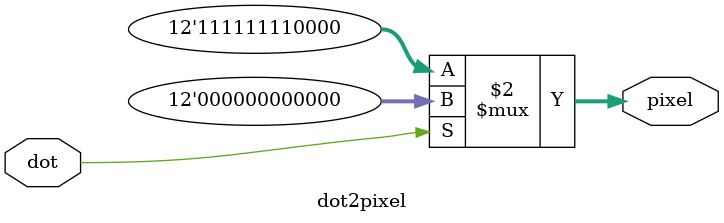
<source format=v>
`timescale 1ns / 1ps


module dot2pixel(input dot,
                 output [11:0]pixel
    );
    
    assign pixel = (dot == 0)?12'hff0:12'h000;
endmodule

</source>
